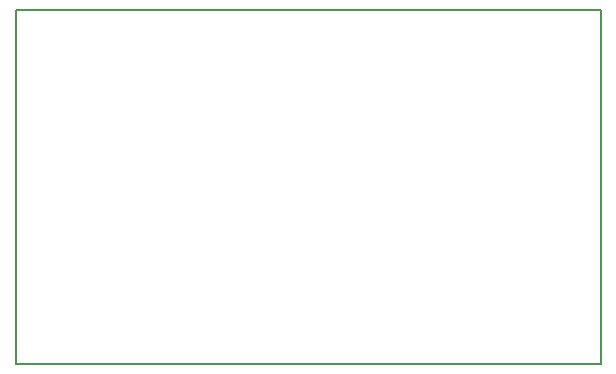
<source format=gbr>
%TF.GenerationSoftware,KiCad,Pcbnew,5.1.6-c6e7f7d~87~ubuntu18.04.1*%
%TF.CreationDate,2020-09-18T00:52:06+02:00*%
%TF.ProjectId,airpcb_smd,61697270-6362-45f7-936d-642e6b696361,rev?*%
%TF.SameCoordinates,Original*%
%TF.FileFunction,Profile,NP*%
%FSLAX46Y46*%
G04 Gerber Fmt 4.6, Leading zero omitted, Abs format (unit mm)*
G04 Created by KiCad (PCBNEW 5.1.6-c6e7f7d~87~ubuntu18.04.1) date 2020-09-18 00:52:06*
%MOMM*%
%LPD*%
G01*
G04 APERTURE LIST*
%TA.AperFunction,Profile*%
%ADD10C,0.150000*%
%TD*%
G04 APERTURE END LIST*
D10*
X50800000Y-13970000D02*
X100330000Y-13970000D01*
X50800000Y-43970000D02*
X50800000Y-13970000D01*
X100330000Y-43970000D02*
X50800000Y-43970000D01*
X100330000Y-13970000D02*
X100330000Y-43970000D01*
M02*

</source>
